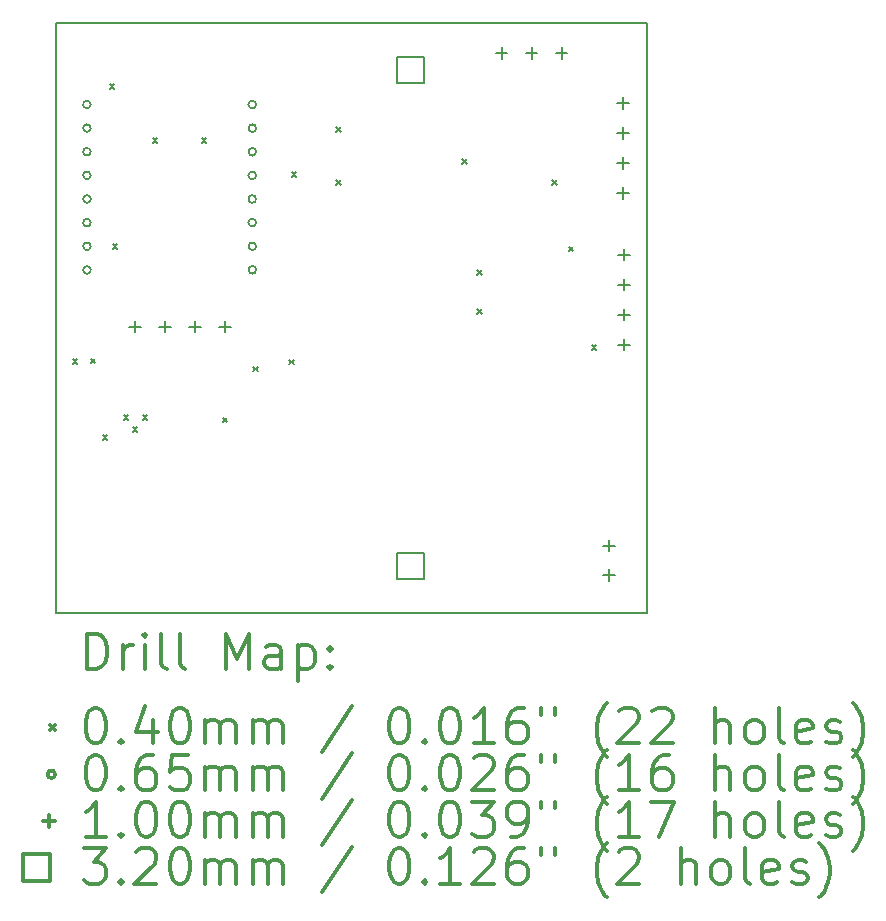
<source format=gbr>
%FSLAX45Y45*%
G04 Gerber Fmt 4.5, Leading zero omitted, Abs format (unit mm)*
G04 Created by KiCad (PCBNEW 4.0.2-stable) date 5/30/2017 4:56:01 PM*
%MOMM*%
G01*
G04 APERTURE LIST*
%ADD10C,0.127000*%
%ADD11C,0.150000*%
%ADD12C,0.200000*%
%ADD13C,0.300000*%
G04 APERTURE END LIST*
D10*
D11*
X10000000Y-10000000D02*
X10000000Y-15000000D01*
X15000000Y-10000000D02*
X10000000Y-10000000D01*
X15000000Y-15000000D02*
X15000000Y-10000000D01*
X10000000Y-15000000D02*
X15000000Y-15000000D01*
D12*
X10140000Y-12847640D02*
X10180000Y-12887640D01*
X10180000Y-12847640D02*
X10140000Y-12887640D01*
X10292400Y-12845100D02*
X10332400Y-12885100D01*
X10332400Y-12845100D02*
X10292400Y-12885100D01*
X10394000Y-13492800D02*
X10434000Y-13532800D01*
X10434000Y-13492800D02*
X10394000Y-13532800D01*
X10454960Y-10521000D02*
X10494960Y-10561000D01*
X10494960Y-10521000D02*
X10454960Y-10561000D01*
X10479998Y-11874579D02*
X10519998Y-11914579D01*
X10519998Y-11874579D02*
X10479998Y-11914579D01*
X10571800Y-13325160D02*
X10611800Y-13365160D01*
X10611800Y-13325160D02*
X10571800Y-13365160D01*
X10648000Y-13426760D02*
X10688000Y-13466760D01*
X10688000Y-13426760D02*
X10648000Y-13466760D01*
X10734360Y-13325160D02*
X10774360Y-13365160D01*
X10774360Y-13325160D02*
X10734360Y-13365160D01*
X10818180Y-10975660D02*
X10858180Y-11015660D01*
X10858180Y-10975660D02*
X10818180Y-11015660D01*
X11232200Y-10975660D02*
X11272200Y-11015660D01*
X11272200Y-10975660D02*
X11232200Y-11015660D01*
X11410000Y-13345480D02*
X11450000Y-13385480D01*
X11450000Y-13345480D02*
X11410000Y-13385480D01*
X11669080Y-12913680D02*
X11709080Y-12953680D01*
X11709080Y-12913680D02*
X11669080Y-12953680D01*
X11973880Y-12852720D02*
X12013880Y-12892720D01*
X12013880Y-12852720D02*
X11973880Y-12892720D01*
X11994200Y-11267760D02*
X12034200Y-11307760D01*
X12034200Y-11267760D02*
X11994200Y-11307760D01*
X12370120Y-10886760D02*
X12410120Y-10926760D01*
X12410120Y-10886760D02*
X12370120Y-10926760D01*
X12370120Y-11335920D02*
X12410120Y-11375920D01*
X12410120Y-11335920D02*
X12370120Y-11375920D01*
X13436920Y-11156000D02*
X13476920Y-11196000D01*
X13476920Y-11156000D02*
X13436920Y-11196000D01*
X13563920Y-12095800D02*
X13603920Y-12135800D01*
X13603920Y-12095800D02*
X13563920Y-12135800D01*
X13563920Y-12426000D02*
X13603920Y-12466000D01*
X13603920Y-12426000D02*
X13563920Y-12466000D01*
X14203100Y-11333800D02*
X14243100Y-11373800D01*
X14243100Y-11333800D02*
X14203100Y-11373800D01*
X14341160Y-11897680D02*
X14381160Y-11937680D01*
X14381160Y-11897680D02*
X14341160Y-11937680D01*
X14534200Y-12730800D02*
X14574200Y-12770800D01*
X14574200Y-12730800D02*
X14534200Y-12770800D01*
X10294100Y-10693400D02*
G75*
G03X10294100Y-10693400I-32500J0D01*
G01*
X10294100Y-10893400D02*
G75*
G03X10294100Y-10893400I-32500J0D01*
G01*
X10294100Y-11093400D02*
G75*
G03X10294100Y-11093400I-32500J0D01*
G01*
X10294100Y-11293400D02*
G75*
G03X10294100Y-11293400I-32500J0D01*
G01*
X10294100Y-11493400D02*
G75*
G03X10294100Y-11493400I-32500J0D01*
G01*
X10294100Y-11693400D02*
G75*
G03X10294100Y-11693400I-32500J0D01*
G01*
X10294100Y-11893400D02*
G75*
G03X10294100Y-11893400I-32500J0D01*
G01*
X10294100Y-12093400D02*
G75*
G03X10294100Y-12093400I-32500J0D01*
G01*
X11694100Y-10693400D02*
G75*
G03X11694100Y-10693400I-32500J0D01*
G01*
X11694100Y-10893400D02*
G75*
G03X11694100Y-10893400I-32500J0D01*
G01*
X11694100Y-11093400D02*
G75*
G03X11694100Y-11093400I-32500J0D01*
G01*
X11694100Y-11293400D02*
G75*
G03X11694100Y-11293400I-32500J0D01*
G01*
X11694100Y-11493400D02*
G75*
G03X11694100Y-11493400I-32500J0D01*
G01*
X11694100Y-11693400D02*
G75*
G03X11694100Y-11693400I-32500J0D01*
G01*
X11694100Y-11893400D02*
G75*
G03X11694100Y-11893400I-32500J0D01*
G01*
X11694100Y-12093400D02*
G75*
G03X11694100Y-12093400I-32500J0D01*
G01*
X10668000Y-12523000D02*
X10668000Y-12623000D01*
X10618000Y-12573000D02*
X10718000Y-12573000D01*
X10922000Y-12523000D02*
X10922000Y-12623000D01*
X10872000Y-12573000D02*
X10972000Y-12573000D01*
X11176000Y-12523000D02*
X11176000Y-12623000D01*
X11126000Y-12573000D02*
X11226000Y-12573000D01*
X11430000Y-12523000D02*
X11430000Y-12623000D01*
X11380000Y-12573000D02*
X11480000Y-12573000D01*
X13771880Y-10206520D02*
X13771880Y-10306520D01*
X13721880Y-10256520D02*
X13821880Y-10256520D01*
X14025880Y-10206520D02*
X14025880Y-10306520D01*
X13975880Y-10256520D02*
X14075880Y-10256520D01*
X14279880Y-10206520D02*
X14279880Y-10306520D01*
X14229880Y-10256520D02*
X14329880Y-10256520D01*
X14681200Y-14377200D02*
X14681200Y-14477200D01*
X14631200Y-14427200D02*
X14731200Y-14427200D01*
X14681200Y-14627200D02*
X14681200Y-14727200D01*
X14631200Y-14677200D02*
X14731200Y-14677200D01*
X14803120Y-10633240D02*
X14803120Y-10733240D01*
X14753120Y-10683240D02*
X14853120Y-10683240D01*
X14803120Y-10887240D02*
X14803120Y-10987240D01*
X14753120Y-10937240D02*
X14853120Y-10937240D01*
X14803120Y-11141240D02*
X14803120Y-11241240D01*
X14753120Y-11191240D02*
X14853120Y-11191240D01*
X14803120Y-11395240D02*
X14803120Y-11495240D01*
X14753120Y-11445240D02*
X14853120Y-11445240D01*
X14808200Y-11913400D02*
X14808200Y-12013400D01*
X14758200Y-11963400D02*
X14858200Y-11963400D01*
X14808200Y-12167400D02*
X14808200Y-12267400D01*
X14758200Y-12217400D02*
X14858200Y-12217400D01*
X14808200Y-12421400D02*
X14808200Y-12521400D01*
X14758200Y-12471400D02*
X14858200Y-12471400D01*
X14808200Y-12675400D02*
X14808200Y-12775400D01*
X14758200Y-12725400D02*
X14858200Y-12725400D01*
X13113138Y-10513138D02*
X13113138Y-10286862D01*
X12886862Y-10286862D01*
X12886862Y-10513138D01*
X13113138Y-10513138D01*
X13113138Y-14713138D02*
X13113138Y-14486862D01*
X12886862Y-14486862D01*
X12886862Y-14713138D01*
X13113138Y-14713138D01*
D13*
X10263929Y-15473214D02*
X10263929Y-15173214D01*
X10335357Y-15173214D01*
X10378214Y-15187500D01*
X10406786Y-15216071D01*
X10421071Y-15244643D01*
X10435357Y-15301786D01*
X10435357Y-15344643D01*
X10421071Y-15401786D01*
X10406786Y-15430357D01*
X10378214Y-15458929D01*
X10335357Y-15473214D01*
X10263929Y-15473214D01*
X10563929Y-15473214D02*
X10563929Y-15273214D01*
X10563929Y-15330357D02*
X10578214Y-15301786D01*
X10592500Y-15287500D01*
X10621071Y-15273214D01*
X10649643Y-15273214D01*
X10749643Y-15473214D02*
X10749643Y-15273214D01*
X10749643Y-15173214D02*
X10735357Y-15187500D01*
X10749643Y-15201786D01*
X10763929Y-15187500D01*
X10749643Y-15173214D01*
X10749643Y-15201786D01*
X10935357Y-15473214D02*
X10906786Y-15458929D01*
X10892500Y-15430357D01*
X10892500Y-15173214D01*
X11092500Y-15473214D02*
X11063929Y-15458929D01*
X11049643Y-15430357D01*
X11049643Y-15173214D01*
X11435357Y-15473214D02*
X11435357Y-15173214D01*
X11535357Y-15387500D01*
X11635357Y-15173214D01*
X11635357Y-15473214D01*
X11906786Y-15473214D02*
X11906786Y-15316071D01*
X11892500Y-15287500D01*
X11863928Y-15273214D01*
X11806786Y-15273214D01*
X11778214Y-15287500D01*
X11906786Y-15458929D02*
X11878214Y-15473214D01*
X11806786Y-15473214D01*
X11778214Y-15458929D01*
X11763928Y-15430357D01*
X11763928Y-15401786D01*
X11778214Y-15373214D01*
X11806786Y-15358929D01*
X11878214Y-15358929D01*
X11906786Y-15344643D01*
X12049643Y-15273214D02*
X12049643Y-15573214D01*
X12049643Y-15287500D02*
X12078214Y-15273214D01*
X12135357Y-15273214D01*
X12163928Y-15287500D01*
X12178214Y-15301786D01*
X12192500Y-15330357D01*
X12192500Y-15416071D01*
X12178214Y-15444643D01*
X12163928Y-15458929D01*
X12135357Y-15473214D01*
X12078214Y-15473214D01*
X12049643Y-15458929D01*
X12321071Y-15444643D02*
X12335357Y-15458929D01*
X12321071Y-15473214D01*
X12306786Y-15458929D01*
X12321071Y-15444643D01*
X12321071Y-15473214D01*
X12321071Y-15287500D02*
X12335357Y-15301786D01*
X12321071Y-15316071D01*
X12306786Y-15301786D01*
X12321071Y-15287500D01*
X12321071Y-15316071D01*
X9952500Y-15947500D02*
X9992500Y-15987500D01*
X9992500Y-15947500D02*
X9952500Y-15987500D01*
X10321071Y-15803214D02*
X10349643Y-15803214D01*
X10378214Y-15817500D01*
X10392500Y-15831786D01*
X10406786Y-15860357D01*
X10421071Y-15917500D01*
X10421071Y-15988929D01*
X10406786Y-16046071D01*
X10392500Y-16074643D01*
X10378214Y-16088929D01*
X10349643Y-16103214D01*
X10321071Y-16103214D01*
X10292500Y-16088929D01*
X10278214Y-16074643D01*
X10263929Y-16046071D01*
X10249643Y-15988929D01*
X10249643Y-15917500D01*
X10263929Y-15860357D01*
X10278214Y-15831786D01*
X10292500Y-15817500D01*
X10321071Y-15803214D01*
X10549643Y-16074643D02*
X10563929Y-16088929D01*
X10549643Y-16103214D01*
X10535357Y-16088929D01*
X10549643Y-16074643D01*
X10549643Y-16103214D01*
X10821071Y-15903214D02*
X10821071Y-16103214D01*
X10749643Y-15788929D02*
X10678214Y-16003214D01*
X10863928Y-16003214D01*
X11035357Y-15803214D02*
X11063929Y-15803214D01*
X11092500Y-15817500D01*
X11106786Y-15831786D01*
X11121071Y-15860357D01*
X11135357Y-15917500D01*
X11135357Y-15988929D01*
X11121071Y-16046071D01*
X11106786Y-16074643D01*
X11092500Y-16088929D01*
X11063929Y-16103214D01*
X11035357Y-16103214D01*
X11006786Y-16088929D01*
X10992500Y-16074643D01*
X10978214Y-16046071D01*
X10963929Y-15988929D01*
X10963929Y-15917500D01*
X10978214Y-15860357D01*
X10992500Y-15831786D01*
X11006786Y-15817500D01*
X11035357Y-15803214D01*
X11263928Y-16103214D02*
X11263928Y-15903214D01*
X11263928Y-15931786D02*
X11278214Y-15917500D01*
X11306786Y-15903214D01*
X11349643Y-15903214D01*
X11378214Y-15917500D01*
X11392500Y-15946071D01*
X11392500Y-16103214D01*
X11392500Y-15946071D02*
X11406786Y-15917500D01*
X11435357Y-15903214D01*
X11478214Y-15903214D01*
X11506786Y-15917500D01*
X11521071Y-15946071D01*
X11521071Y-16103214D01*
X11663928Y-16103214D02*
X11663928Y-15903214D01*
X11663928Y-15931786D02*
X11678214Y-15917500D01*
X11706786Y-15903214D01*
X11749643Y-15903214D01*
X11778214Y-15917500D01*
X11792500Y-15946071D01*
X11792500Y-16103214D01*
X11792500Y-15946071D02*
X11806786Y-15917500D01*
X11835357Y-15903214D01*
X11878214Y-15903214D01*
X11906786Y-15917500D01*
X11921071Y-15946071D01*
X11921071Y-16103214D01*
X12506786Y-15788929D02*
X12249643Y-16174643D01*
X12892500Y-15803214D02*
X12921071Y-15803214D01*
X12949643Y-15817500D01*
X12963928Y-15831786D01*
X12978214Y-15860357D01*
X12992500Y-15917500D01*
X12992500Y-15988929D01*
X12978214Y-16046071D01*
X12963928Y-16074643D01*
X12949643Y-16088929D01*
X12921071Y-16103214D01*
X12892500Y-16103214D01*
X12863928Y-16088929D01*
X12849643Y-16074643D01*
X12835357Y-16046071D01*
X12821071Y-15988929D01*
X12821071Y-15917500D01*
X12835357Y-15860357D01*
X12849643Y-15831786D01*
X12863928Y-15817500D01*
X12892500Y-15803214D01*
X13121071Y-16074643D02*
X13135357Y-16088929D01*
X13121071Y-16103214D01*
X13106786Y-16088929D01*
X13121071Y-16074643D01*
X13121071Y-16103214D01*
X13321071Y-15803214D02*
X13349643Y-15803214D01*
X13378214Y-15817500D01*
X13392500Y-15831786D01*
X13406785Y-15860357D01*
X13421071Y-15917500D01*
X13421071Y-15988929D01*
X13406785Y-16046071D01*
X13392500Y-16074643D01*
X13378214Y-16088929D01*
X13349643Y-16103214D01*
X13321071Y-16103214D01*
X13292500Y-16088929D01*
X13278214Y-16074643D01*
X13263928Y-16046071D01*
X13249643Y-15988929D01*
X13249643Y-15917500D01*
X13263928Y-15860357D01*
X13278214Y-15831786D01*
X13292500Y-15817500D01*
X13321071Y-15803214D01*
X13706785Y-16103214D02*
X13535357Y-16103214D01*
X13621071Y-16103214D02*
X13621071Y-15803214D01*
X13592500Y-15846071D01*
X13563928Y-15874643D01*
X13535357Y-15888929D01*
X13963928Y-15803214D02*
X13906785Y-15803214D01*
X13878214Y-15817500D01*
X13863928Y-15831786D01*
X13835357Y-15874643D01*
X13821071Y-15931786D01*
X13821071Y-16046071D01*
X13835357Y-16074643D01*
X13849643Y-16088929D01*
X13878214Y-16103214D01*
X13935357Y-16103214D01*
X13963928Y-16088929D01*
X13978214Y-16074643D01*
X13992500Y-16046071D01*
X13992500Y-15974643D01*
X13978214Y-15946071D01*
X13963928Y-15931786D01*
X13935357Y-15917500D01*
X13878214Y-15917500D01*
X13849643Y-15931786D01*
X13835357Y-15946071D01*
X13821071Y-15974643D01*
X14106786Y-15803214D02*
X14106786Y-15860357D01*
X14221071Y-15803214D02*
X14221071Y-15860357D01*
X14663928Y-16217500D02*
X14649643Y-16203214D01*
X14621071Y-16160357D01*
X14606785Y-16131786D01*
X14592500Y-16088929D01*
X14578214Y-16017500D01*
X14578214Y-15960357D01*
X14592500Y-15888929D01*
X14606785Y-15846071D01*
X14621071Y-15817500D01*
X14649643Y-15774643D01*
X14663928Y-15760357D01*
X14763928Y-15831786D02*
X14778214Y-15817500D01*
X14806785Y-15803214D01*
X14878214Y-15803214D01*
X14906785Y-15817500D01*
X14921071Y-15831786D01*
X14935357Y-15860357D01*
X14935357Y-15888929D01*
X14921071Y-15931786D01*
X14749643Y-16103214D01*
X14935357Y-16103214D01*
X15049643Y-15831786D02*
X15063928Y-15817500D01*
X15092500Y-15803214D01*
X15163928Y-15803214D01*
X15192500Y-15817500D01*
X15206785Y-15831786D01*
X15221071Y-15860357D01*
X15221071Y-15888929D01*
X15206785Y-15931786D01*
X15035357Y-16103214D01*
X15221071Y-16103214D01*
X15578214Y-16103214D02*
X15578214Y-15803214D01*
X15706785Y-16103214D02*
X15706785Y-15946071D01*
X15692500Y-15917500D01*
X15663928Y-15903214D01*
X15621071Y-15903214D01*
X15592500Y-15917500D01*
X15578214Y-15931786D01*
X15892500Y-16103214D02*
X15863928Y-16088929D01*
X15849643Y-16074643D01*
X15835357Y-16046071D01*
X15835357Y-15960357D01*
X15849643Y-15931786D01*
X15863928Y-15917500D01*
X15892500Y-15903214D01*
X15935357Y-15903214D01*
X15963928Y-15917500D01*
X15978214Y-15931786D01*
X15992500Y-15960357D01*
X15992500Y-16046071D01*
X15978214Y-16074643D01*
X15963928Y-16088929D01*
X15935357Y-16103214D01*
X15892500Y-16103214D01*
X16163928Y-16103214D02*
X16135357Y-16088929D01*
X16121071Y-16060357D01*
X16121071Y-15803214D01*
X16392500Y-16088929D02*
X16363928Y-16103214D01*
X16306786Y-16103214D01*
X16278214Y-16088929D01*
X16263928Y-16060357D01*
X16263928Y-15946071D01*
X16278214Y-15917500D01*
X16306786Y-15903214D01*
X16363928Y-15903214D01*
X16392500Y-15917500D01*
X16406786Y-15946071D01*
X16406786Y-15974643D01*
X16263928Y-16003214D01*
X16521071Y-16088929D02*
X16549643Y-16103214D01*
X16606786Y-16103214D01*
X16635357Y-16088929D01*
X16649643Y-16060357D01*
X16649643Y-16046071D01*
X16635357Y-16017500D01*
X16606786Y-16003214D01*
X16563928Y-16003214D01*
X16535357Y-15988929D01*
X16521071Y-15960357D01*
X16521071Y-15946071D01*
X16535357Y-15917500D01*
X16563928Y-15903214D01*
X16606786Y-15903214D01*
X16635357Y-15917500D01*
X16749643Y-16217500D02*
X16763928Y-16203214D01*
X16792500Y-16160357D01*
X16806786Y-16131786D01*
X16821071Y-16088929D01*
X16835357Y-16017500D01*
X16835357Y-15960357D01*
X16821071Y-15888929D01*
X16806786Y-15846071D01*
X16792500Y-15817500D01*
X16763928Y-15774643D01*
X16749643Y-15760357D01*
X9992500Y-16363500D02*
G75*
G03X9992500Y-16363500I-32500J0D01*
G01*
X10321071Y-16199214D02*
X10349643Y-16199214D01*
X10378214Y-16213500D01*
X10392500Y-16227786D01*
X10406786Y-16256357D01*
X10421071Y-16313500D01*
X10421071Y-16384929D01*
X10406786Y-16442071D01*
X10392500Y-16470643D01*
X10378214Y-16484929D01*
X10349643Y-16499214D01*
X10321071Y-16499214D01*
X10292500Y-16484929D01*
X10278214Y-16470643D01*
X10263929Y-16442071D01*
X10249643Y-16384929D01*
X10249643Y-16313500D01*
X10263929Y-16256357D01*
X10278214Y-16227786D01*
X10292500Y-16213500D01*
X10321071Y-16199214D01*
X10549643Y-16470643D02*
X10563929Y-16484929D01*
X10549643Y-16499214D01*
X10535357Y-16484929D01*
X10549643Y-16470643D01*
X10549643Y-16499214D01*
X10821071Y-16199214D02*
X10763928Y-16199214D01*
X10735357Y-16213500D01*
X10721071Y-16227786D01*
X10692500Y-16270643D01*
X10678214Y-16327786D01*
X10678214Y-16442071D01*
X10692500Y-16470643D01*
X10706786Y-16484929D01*
X10735357Y-16499214D01*
X10792500Y-16499214D01*
X10821071Y-16484929D01*
X10835357Y-16470643D01*
X10849643Y-16442071D01*
X10849643Y-16370643D01*
X10835357Y-16342071D01*
X10821071Y-16327786D01*
X10792500Y-16313500D01*
X10735357Y-16313500D01*
X10706786Y-16327786D01*
X10692500Y-16342071D01*
X10678214Y-16370643D01*
X11121071Y-16199214D02*
X10978214Y-16199214D01*
X10963929Y-16342071D01*
X10978214Y-16327786D01*
X11006786Y-16313500D01*
X11078214Y-16313500D01*
X11106786Y-16327786D01*
X11121071Y-16342071D01*
X11135357Y-16370643D01*
X11135357Y-16442071D01*
X11121071Y-16470643D01*
X11106786Y-16484929D01*
X11078214Y-16499214D01*
X11006786Y-16499214D01*
X10978214Y-16484929D01*
X10963929Y-16470643D01*
X11263928Y-16499214D02*
X11263928Y-16299214D01*
X11263928Y-16327786D02*
X11278214Y-16313500D01*
X11306786Y-16299214D01*
X11349643Y-16299214D01*
X11378214Y-16313500D01*
X11392500Y-16342071D01*
X11392500Y-16499214D01*
X11392500Y-16342071D02*
X11406786Y-16313500D01*
X11435357Y-16299214D01*
X11478214Y-16299214D01*
X11506786Y-16313500D01*
X11521071Y-16342071D01*
X11521071Y-16499214D01*
X11663928Y-16499214D02*
X11663928Y-16299214D01*
X11663928Y-16327786D02*
X11678214Y-16313500D01*
X11706786Y-16299214D01*
X11749643Y-16299214D01*
X11778214Y-16313500D01*
X11792500Y-16342071D01*
X11792500Y-16499214D01*
X11792500Y-16342071D02*
X11806786Y-16313500D01*
X11835357Y-16299214D01*
X11878214Y-16299214D01*
X11906786Y-16313500D01*
X11921071Y-16342071D01*
X11921071Y-16499214D01*
X12506786Y-16184929D02*
X12249643Y-16570643D01*
X12892500Y-16199214D02*
X12921071Y-16199214D01*
X12949643Y-16213500D01*
X12963928Y-16227786D01*
X12978214Y-16256357D01*
X12992500Y-16313500D01*
X12992500Y-16384929D01*
X12978214Y-16442071D01*
X12963928Y-16470643D01*
X12949643Y-16484929D01*
X12921071Y-16499214D01*
X12892500Y-16499214D01*
X12863928Y-16484929D01*
X12849643Y-16470643D01*
X12835357Y-16442071D01*
X12821071Y-16384929D01*
X12821071Y-16313500D01*
X12835357Y-16256357D01*
X12849643Y-16227786D01*
X12863928Y-16213500D01*
X12892500Y-16199214D01*
X13121071Y-16470643D02*
X13135357Y-16484929D01*
X13121071Y-16499214D01*
X13106786Y-16484929D01*
X13121071Y-16470643D01*
X13121071Y-16499214D01*
X13321071Y-16199214D02*
X13349643Y-16199214D01*
X13378214Y-16213500D01*
X13392500Y-16227786D01*
X13406785Y-16256357D01*
X13421071Y-16313500D01*
X13421071Y-16384929D01*
X13406785Y-16442071D01*
X13392500Y-16470643D01*
X13378214Y-16484929D01*
X13349643Y-16499214D01*
X13321071Y-16499214D01*
X13292500Y-16484929D01*
X13278214Y-16470643D01*
X13263928Y-16442071D01*
X13249643Y-16384929D01*
X13249643Y-16313500D01*
X13263928Y-16256357D01*
X13278214Y-16227786D01*
X13292500Y-16213500D01*
X13321071Y-16199214D01*
X13535357Y-16227786D02*
X13549643Y-16213500D01*
X13578214Y-16199214D01*
X13649643Y-16199214D01*
X13678214Y-16213500D01*
X13692500Y-16227786D01*
X13706785Y-16256357D01*
X13706785Y-16284929D01*
X13692500Y-16327786D01*
X13521071Y-16499214D01*
X13706785Y-16499214D01*
X13963928Y-16199214D02*
X13906785Y-16199214D01*
X13878214Y-16213500D01*
X13863928Y-16227786D01*
X13835357Y-16270643D01*
X13821071Y-16327786D01*
X13821071Y-16442071D01*
X13835357Y-16470643D01*
X13849643Y-16484929D01*
X13878214Y-16499214D01*
X13935357Y-16499214D01*
X13963928Y-16484929D01*
X13978214Y-16470643D01*
X13992500Y-16442071D01*
X13992500Y-16370643D01*
X13978214Y-16342071D01*
X13963928Y-16327786D01*
X13935357Y-16313500D01*
X13878214Y-16313500D01*
X13849643Y-16327786D01*
X13835357Y-16342071D01*
X13821071Y-16370643D01*
X14106786Y-16199214D02*
X14106786Y-16256357D01*
X14221071Y-16199214D02*
X14221071Y-16256357D01*
X14663928Y-16613500D02*
X14649643Y-16599214D01*
X14621071Y-16556357D01*
X14606785Y-16527786D01*
X14592500Y-16484929D01*
X14578214Y-16413500D01*
X14578214Y-16356357D01*
X14592500Y-16284929D01*
X14606785Y-16242071D01*
X14621071Y-16213500D01*
X14649643Y-16170643D01*
X14663928Y-16156357D01*
X14935357Y-16499214D02*
X14763928Y-16499214D01*
X14849643Y-16499214D02*
X14849643Y-16199214D01*
X14821071Y-16242071D01*
X14792500Y-16270643D01*
X14763928Y-16284929D01*
X15192500Y-16199214D02*
X15135357Y-16199214D01*
X15106785Y-16213500D01*
X15092500Y-16227786D01*
X15063928Y-16270643D01*
X15049643Y-16327786D01*
X15049643Y-16442071D01*
X15063928Y-16470643D01*
X15078214Y-16484929D01*
X15106785Y-16499214D01*
X15163928Y-16499214D01*
X15192500Y-16484929D01*
X15206785Y-16470643D01*
X15221071Y-16442071D01*
X15221071Y-16370643D01*
X15206785Y-16342071D01*
X15192500Y-16327786D01*
X15163928Y-16313500D01*
X15106785Y-16313500D01*
X15078214Y-16327786D01*
X15063928Y-16342071D01*
X15049643Y-16370643D01*
X15578214Y-16499214D02*
X15578214Y-16199214D01*
X15706785Y-16499214D02*
X15706785Y-16342071D01*
X15692500Y-16313500D01*
X15663928Y-16299214D01*
X15621071Y-16299214D01*
X15592500Y-16313500D01*
X15578214Y-16327786D01*
X15892500Y-16499214D02*
X15863928Y-16484929D01*
X15849643Y-16470643D01*
X15835357Y-16442071D01*
X15835357Y-16356357D01*
X15849643Y-16327786D01*
X15863928Y-16313500D01*
X15892500Y-16299214D01*
X15935357Y-16299214D01*
X15963928Y-16313500D01*
X15978214Y-16327786D01*
X15992500Y-16356357D01*
X15992500Y-16442071D01*
X15978214Y-16470643D01*
X15963928Y-16484929D01*
X15935357Y-16499214D01*
X15892500Y-16499214D01*
X16163928Y-16499214D02*
X16135357Y-16484929D01*
X16121071Y-16456357D01*
X16121071Y-16199214D01*
X16392500Y-16484929D02*
X16363928Y-16499214D01*
X16306786Y-16499214D01*
X16278214Y-16484929D01*
X16263928Y-16456357D01*
X16263928Y-16342071D01*
X16278214Y-16313500D01*
X16306786Y-16299214D01*
X16363928Y-16299214D01*
X16392500Y-16313500D01*
X16406786Y-16342071D01*
X16406786Y-16370643D01*
X16263928Y-16399214D01*
X16521071Y-16484929D02*
X16549643Y-16499214D01*
X16606786Y-16499214D01*
X16635357Y-16484929D01*
X16649643Y-16456357D01*
X16649643Y-16442071D01*
X16635357Y-16413500D01*
X16606786Y-16399214D01*
X16563928Y-16399214D01*
X16535357Y-16384929D01*
X16521071Y-16356357D01*
X16521071Y-16342071D01*
X16535357Y-16313500D01*
X16563928Y-16299214D01*
X16606786Y-16299214D01*
X16635357Y-16313500D01*
X16749643Y-16613500D02*
X16763928Y-16599214D01*
X16792500Y-16556357D01*
X16806786Y-16527786D01*
X16821071Y-16484929D01*
X16835357Y-16413500D01*
X16835357Y-16356357D01*
X16821071Y-16284929D01*
X16806786Y-16242071D01*
X16792500Y-16213500D01*
X16763928Y-16170643D01*
X16749643Y-16156357D01*
X9942500Y-16709500D02*
X9942500Y-16809500D01*
X9892500Y-16759500D02*
X9992500Y-16759500D01*
X10421071Y-16895214D02*
X10249643Y-16895214D01*
X10335357Y-16895214D02*
X10335357Y-16595214D01*
X10306786Y-16638071D01*
X10278214Y-16666643D01*
X10249643Y-16680929D01*
X10549643Y-16866643D02*
X10563929Y-16880929D01*
X10549643Y-16895214D01*
X10535357Y-16880929D01*
X10549643Y-16866643D01*
X10549643Y-16895214D01*
X10749643Y-16595214D02*
X10778214Y-16595214D01*
X10806786Y-16609500D01*
X10821071Y-16623786D01*
X10835357Y-16652357D01*
X10849643Y-16709500D01*
X10849643Y-16780929D01*
X10835357Y-16838072D01*
X10821071Y-16866643D01*
X10806786Y-16880929D01*
X10778214Y-16895214D01*
X10749643Y-16895214D01*
X10721071Y-16880929D01*
X10706786Y-16866643D01*
X10692500Y-16838072D01*
X10678214Y-16780929D01*
X10678214Y-16709500D01*
X10692500Y-16652357D01*
X10706786Y-16623786D01*
X10721071Y-16609500D01*
X10749643Y-16595214D01*
X11035357Y-16595214D02*
X11063929Y-16595214D01*
X11092500Y-16609500D01*
X11106786Y-16623786D01*
X11121071Y-16652357D01*
X11135357Y-16709500D01*
X11135357Y-16780929D01*
X11121071Y-16838072D01*
X11106786Y-16866643D01*
X11092500Y-16880929D01*
X11063929Y-16895214D01*
X11035357Y-16895214D01*
X11006786Y-16880929D01*
X10992500Y-16866643D01*
X10978214Y-16838072D01*
X10963929Y-16780929D01*
X10963929Y-16709500D01*
X10978214Y-16652357D01*
X10992500Y-16623786D01*
X11006786Y-16609500D01*
X11035357Y-16595214D01*
X11263928Y-16895214D02*
X11263928Y-16695214D01*
X11263928Y-16723786D02*
X11278214Y-16709500D01*
X11306786Y-16695214D01*
X11349643Y-16695214D01*
X11378214Y-16709500D01*
X11392500Y-16738071D01*
X11392500Y-16895214D01*
X11392500Y-16738071D02*
X11406786Y-16709500D01*
X11435357Y-16695214D01*
X11478214Y-16695214D01*
X11506786Y-16709500D01*
X11521071Y-16738071D01*
X11521071Y-16895214D01*
X11663928Y-16895214D02*
X11663928Y-16695214D01*
X11663928Y-16723786D02*
X11678214Y-16709500D01*
X11706786Y-16695214D01*
X11749643Y-16695214D01*
X11778214Y-16709500D01*
X11792500Y-16738071D01*
X11792500Y-16895214D01*
X11792500Y-16738071D02*
X11806786Y-16709500D01*
X11835357Y-16695214D01*
X11878214Y-16695214D01*
X11906786Y-16709500D01*
X11921071Y-16738071D01*
X11921071Y-16895214D01*
X12506786Y-16580929D02*
X12249643Y-16966643D01*
X12892500Y-16595214D02*
X12921071Y-16595214D01*
X12949643Y-16609500D01*
X12963928Y-16623786D01*
X12978214Y-16652357D01*
X12992500Y-16709500D01*
X12992500Y-16780929D01*
X12978214Y-16838072D01*
X12963928Y-16866643D01*
X12949643Y-16880929D01*
X12921071Y-16895214D01*
X12892500Y-16895214D01*
X12863928Y-16880929D01*
X12849643Y-16866643D01*
X12835357Y-16838072D01*
X12821071Y-16780929D01*
X12821071Y-16709500D01*
X12835357Y-16652357D01*
X12849643Y-16623786D01*
X12863928Y-16609500D01*
X12892500Y-16595214D01*
X13121071Y-16866643D02*
X13135357Y-16880929D01*
X13121071Y-16895214D01*
X13106786Y-16880929D01*
X13121071Y-16866643D01*
X13121071Y-16895214D01*
X13321071Y-16595214D02*
X13349643Y-16595214D01*
X13378214Y-16609500D01*
X13392500Y-16623786D01*
X13406785Y-16652357D01*
X13421071Y-16709500D01*
X13421071Y-16780929D01*
X13406785Y-16838072D01*
X13392500Y-16866643D01*
X13378214Y-16880929D01*
X13349643Y-16895214D01*
X13321071Y-16895214D01*
X13292500Y-16880929D01*
X13278214Y-16866643D01*
X13263928Y-16838072D01*
X13249643Y-16780929D01*
X13249643Y-16709500D01*
X13263928Y-16652357D01*
X13278214Y-16623786D01*
X13292500Y-16609500D01*
X13321071Y-16595214D01*
X13521071Y-16595214D02*
X13706785Y-16595214D01*
X13606785Y-16709500D01*
X13649643Y-16709500D01*
X13678214Y-16723786D01*
X13692500Y-16738071D01*
X13706785Y-16766643D01*
X13706785Y-16838072D01*
X13692500Y-16866643D01*
X13678214Y-16880929D01*
X13649643Y-16895214D01*
X13563928Y-16895214D01*
X13535357Y-16880929D01*
X13521071Y-16866643D01*
X13849643Y-16895214D02*
X13906785Y-16895214D01*
X13935357Y-16880929D01*
X13949643Y-16866643D01*
X13978214Y-16823786D01*
X13992500Y-16766643D01*
X13992500Y-16652357D01*
X13978214Y-16623786D01*
X13963928Y-16609500D01*
X13935357Y-16595214D01*
X13878214Y-16595214D01*
X13849643Y-16609500D01*
X13835357Y-16623786D01*
X13821071Y-16652357D01*
X13821071Y-16723786D01*
X13835357Y-16752357D01*
X13849643Y-16766643D01*
X13878214Y-16780929D01*
X13935357Y-16780929D01*
X13963928Y-16766643D01*
X13978214Y-16752357D01*
X13992500Y-16723786D01*
X14106786Y-16595214D02*
X14106786Y-16652357D01*
X14221071Y-16595214D02*
X14221071Y-16652357D01*
X14663928Y-17009500D02*
X14649643Y-16995214D01*
X14621071Y-16952357D01*
X14606785Y-16923786D01*
X14592500Y-16880929D01*
X14578214Y-16809500D01*
X14578214Y-16752357D01*
X14592500Y-16680929D01*
X14606785Y-16638071D01*
X14621071Y-16609500D01*
X14649643Y-16566643D01*
X14663928Y-16552357D01*
X14935357Y-16895214D02*
X14763928Y-16895214D01*
X14849643Y-16895214D02*
X14849643Y-16595214D01*
X14821071Y-16638071D01*
X14792500Y-16666643D01*
X14763928Y-16680929D01*
X15035357Y-16595214D02*
X15235357Y-16595214D01*
X15106785Y-16895214D01*
X15578214Y-16895214D02*
X15578214Y-16595214D01*
X15706785Y-16895214D02*
X15706785Y-16738071D01*
X15692500Y-16709500D01*
X15663928Y-16695214D01*
X15621071Y-16695214D01*
X15592500Y-16709500D01*
X15578214Y-16723786D01*
X15892500Y-16895214D02*
X15863928Y-16880929D01*
X15849643Y-16866643D01*
X15835357Y-16838072D01*
X15835357Y-16752357D01*
X15849643Y-16723786D01*
X15863928Y-16709500D01*
X15892500Y-16695214D01*
X15935357Y-16695214D01*
X15963928Y-16709500D01*
X15978214Y-16723786D01*
X15992500Y-16752357D01*
X15992500Y-16838072D01*
X15978214Y-16866643D01*
X15963928Y-16880929D01*
X15935357Y-16895214D01*
X15892500Y-16895214D01*
X16163928Y-16895214D02*
X16135357Y-16880929D01*
X16121071Y-16852357D01*
X16121071Y-16595214D01*
X16392500Y-16880929D02*
X16363928Y-16895214D01*
X16306786Y-16895214D01*
X16278214Y-16880929D01*
X16263928Y-16852357D01*
X16263928Y-16738071D01*
X16278214Y-16709500D01*
X16306786Y-16695214D01*
X16363928Y-16695214D01*
X16392500Y-16709500D01*
X16406786Y-16738071D01*
X16406786Y-16766643D01*
X16263928Y-16795214D01*
X16521071Y-16880929D02*
X16549643Y-16895214D01*
X16606786Y-16895214D01*
X16635357Y-16880929D01*
X16649643Y-16852357D01*
X16649643Y-16838072D01*
X16635357Y-16809500D01*
X16606786Y-16795214D01*
X16563928Y-16795214D01*
X16535357Y-16780929D01*
X16521071Y-16752357D01*
X16521071Y-16738071D01*
X16535357Y-16709500D01*
X16563928Y-16695214D01*
X16606786Y-16695214D01*
X16635357Y-16709500D01*
X16749643Y-17009500D02*
X16763928Y-16995214D01*
X16792500Y-16952357D01*
X16806786Y-16923786D01*
X16821071Y-16880929D01*
X16835357Y-16809500D01*
X16835357Y-16752357D01*
X16821071Y-16680929D01*
X16806786Y-16638071D01*
X16792500Y-16609500D01*
X16763928Y-16566643D01*
X16749643Y-16552357D01*
X9945638Y-17268638D02*
X9945638Y-17042362D01*
X9719362Y-17042362D01*
X9719362Y-17268638D01*
X9945638Y-17268638D01*
X10235357Y-16991214D02*
X10421071Y-16991214D01*
X10321071Y-17105500D01*
X10363929Y-17105500D01*
X10392500Y-17119786D01*
X10406786Y-17134072D01*
X10421071Y-17162643D01*
X10421071Y-17234072D01*
X10406786Y-17262643D01*
X10392500Y-17276929D01*
X10363929Y-17291214D01*
X10278214Y-17291214D01*
X10249643Y-17276929D01*
X10235357Y-17262643D01*
X10549643Y-17262643D02*
X10563929Y-17276929D01*
X10549643Y-17291214D01*
X10535357Y-17276929D01*
X10549643Y-17262643D01*
X10549643Y-17291214D01*
X10678214Y-17019786D02*
X10692500Y-17005500D01*
X10721071Y-16991214D01*
X10792500Y-16991214D01*
X10821071Y-17005500D01*
X10835357Y-17019786D01*
X10849643Y-17048357D01*
X10849643Y-17076929D01*
X10835357Y-17119786D01*
X10663928Y-17291214D01*
X10849643Y-17291214D01*
X11035357Y-16991214D02*
X11063929Y-16991214D01*
X11092500Y-17005500D01*
X11106786Y-17019786D01*
X11121071Y-17048357D01*
X11135357Y-17105500D01*
X11135357Y-17176929D01*
X11121071Y-17234072D01*
X11106786Y-17262643D01*
X11092500Y-17276929D01*
X11063929Y-17291214D01*
X11035357Y-17291214D01*
X11006786Y-17276929D01*
X10992500Y-17262643D01*
X10978214Y-17234072D01*
X10963929Y-17176929D01*
X10963929Y-17105500D01*
X10978214Y-17048357D01*
X10992500Y-17019786D01*
X11006786Y-17005500D01*
X11035357Y-16991214D01*
X11263928Y-17291214D02*
X11263928Y-17091214D01*
X11263928Y-17119786D02*
X11278214Y-17105500D01*
X11306786Y-17091214D01*
X11349643Y-17091214D01*
X11378214Y-17105500D01*
X11392500Y-17134072D01*
X11392500Y-17291214D01*
X11392500Y-17134072D02*
X11406786Y-17105500D01*
X11435357Y-17091214D01*
X11478214Y-17091214D01*
X11506786Y-17105500D01*
X11521071Y-17134072D01*
X11521071Y-17291214D01*
X11663928Y-17291214D02*
X11663928Y-17091214D01*
X11663928Y-17119786D02*
X11678214Y-17105500D01*
X11706786Y-17091214D01*
X11749643Y-17091214D01*
X11778214Y-17105500D01*
X11792500Y-17134072D01*
X11792500Y-17291214D01*
X11792500Y-17134072D02*
X11806786Y-17105500D01*
X11835357Y-17091214D01*
X11878214Y-17091214D01*
X11906786Y-17105500D01*
X11921071Y-17134072D01*
X11921071Y-17291214D01*
X12506786Y-16976929D02*
X12249643Y-17362643D01*
X12892500Y-16991214D02*
X12921071Y-16991214D01*
X12949643Y-17005500D01*
X12963928Y-17019786D01*
X12978214Y-17048357D01*
X12992500Y-17105500D01*
X12992500Y-17176929D01*
X12978214Y-17234072D01*
X12963928Y-17262643D01*
X12949643Y-17276929D01*
X12921071Y-17291214D01*
X12892500Y-17291214D01*
X12863928Y-17276929D01*
X12849643Y-17262643D01*
X12835357Y-17234072D01*
X12821071Y-17176929D01*
X12821071Y-17105500D01*
X12835357Y-17048357D01*
X12849643Y-17019786D01*
X12863928Y-17005500D01*
X12892500Y-16991214D01*
X13121071Y-17262643D02*
X13135357Y-17276929D01*
X13121071Y-17291214D01*
X13106786Y-17276929D01*
X13121071Y-17262643D01*
X13121071Y-17291214D01*
X13421071Y-17291214D02*
X13249643Y-17291214D01*
X13335357Y-17291214D02*
X13335357Y-16991214D01*
X13306785Y-17034072D01*
X13278214Y-17062643D01*
X13249643Y-17076929D01*
X13535357Y-17019786D02*
X13549643Y-17005500D01*
X13578214Y-16991214D01*
X13649643Y-16991214D01*
X13678214Y-17005500D01*
X13692500Y-17019786D01*
X13706785Y-17048357D01*
X13706785Y-17076929D01*
X13692500Y-17119786D01*
X13521071Y-17291214D01*
X13706785Y-17291214D01*
X13963928Y-16991214D02*
X13906785Y-16991214D01*
X13878214Y-17005500D01*
X13863928Y-17019786D01*
X13835357Y-17062643D01*
X13821071Y-17119786D01*
X13821071Y-17234072D01*
X13835357Y-17262643D01*
X13849643Y-17276929D01*
X13878214Y-17291214D01*
X13935357Y-17291214D01*
X13963928Y-17276929D01*
X13978214Y-17262643D01*
X13992500Y-17234072D01*
X13992500Y-17162643D01*
X13978214Y-17134072D01*
X13963928Y-17119786D01*
X13935357Y-17105500D01*
X13878214Y-17105500D01*
X13849643Y-17119786D01*
X13835357Y-17134072D01*
X13821071Y-17162643D01*
X14106786Y-16991214D02*
X14106786Y-17048357D01*
X14221071Y-16991214D02*
X14221071Y-17048357D01*
X14663928Y-17405500D02*
X14649643Y-17391214D01*
X14621071Y-17348357D01*
X14606785Y-17319786D01*
X14592500Y-17276929D01*
X14578214Y-17205500D01*
X14578214Y-17148357D01*
X14592500Y-17076929D01*
X14606785Y-17034072D01*
X14621071Y-17005500D01*
X14649643Y-16962643D01*
X14663928Y-16948357D01*
X14763928Y-17019786D02*
X14778214Y-17005500D01*
X14806785Y-16991214D01*
X14878214Y-16991214D01*
X14906785Y-17005500D01*
X14921071Y-17019786D01*
X14935357Y-17048357D01*
X14935357Y-17076929D01*
X14921071Y-17119786D01*
X14749643Y-17291214D01*
X14935357Y-17291214D01*
X15292500Y-17291214D02*
X15292500Y-16991214D01*
X15421071Y-17291214D02*
X15421071Y-17134072D01*
X15406785Y-17105500D01*
X15378214Y-17091214D01*
X15335357Y-17091214D01*
X15306785Y-17105500D01*
X15292500Y-17119786D01*
X15606785Y-17291214D02*
X15578214Y-17276929D01*
X15563928Y-17262643D01*
X15549643Y-17234072D01*
X15549643Y-17148357D01*
X15563928Y-17119786D01*
X15578214Y-17105500D01*
X15606785Y-17091214D01*
X15649643Y-17091214D01*
X15678214Y-17105500D01*
X15692500Y-17119786D01*
X15706785Y-17148357D01*
X15706785Y-17234072D01*
X15692500Y-17262643D01*
X15678214Y-17276929D01*
X15649643Y-17291214D01*
X15606785Y-17291214D01*
X15878214Y-17291214D02*
X15849643Y-17276929D01*
X15835357Y-17248357D01*
X15835357Y-16991214D01*
X16106786Y-17276929D02*
X16078214Y-17291214D01*
X16021071Y-17291214D01*
X15992500Y-17276929D01*
X15978214Y-17248357D01*
X15978214Y-17134072D01*
X15992500Y-17105500D01*
X16021071Y-17091214D01*
X16078214Y-17091214D01*
X16106786Y-17105500D01*
X16121071Y-17134072D01*
X16121071Y-17162643D01*
X15978214Y-17191214D01*
X16235357Y-17276929D02*
X16263928Y-17291214D01*
X16321071Y-17291214D01*
X16349643Y-17276929D01*
X16363928Y-17248357D01*
X16363928Y-17234072D01*
X16349643Y-17205500D01*
X16321071Y-17191214D01*
X16278214Y-17191214D01*
X16249643Y-17176929D01*
X16235357Y-17148357D01*
X16235357Y-17134072D01*
X16249643Y-17105500D01*
X16278214Y-17091214D01*
X16321071Y-17091214D01*
X16349643Y-17105500D01*
X16463928Y-17405500D02*
X16478214Y-17391214D01*
X16506786Y-17348357D01*
X16521071Y-17319786D01*
X16535357Y-17276929D01*
X16549643Y-17205500D01*
X16549643Y-17148357D01*
X16535357Y-17076929D01*
X16521071Y-17034072D01*
X16506786Y-17005500D01*
X16478214Y-16962643D01*
X16463928Y-16948357D01*
M02*

</source>
